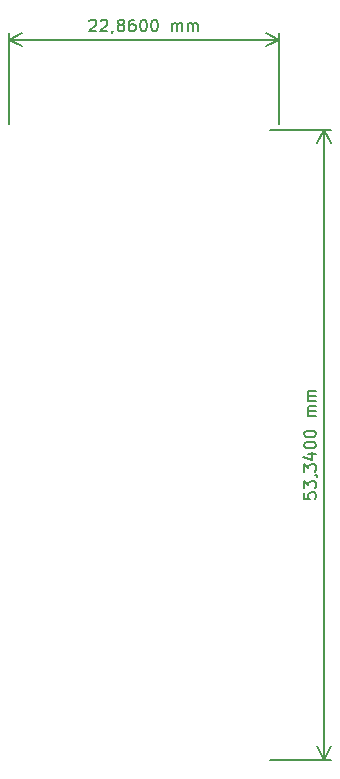
<source format=gbr>
%TF.GenerationSoftware,KiCad,Pcbnew,8.0.0-rc1-51-gba6979a274-dirty*%
%TF.CreationDate,2024-02-05T11:37:42+01:00*%
%TF.ProjectId,Einschaltstrombegrenzung,45696e73-6368-4616-9c74-7374726f6d62,rev?*%
%TF.SameCoordinates,Original*%
%TF.FileFunction,Other,Comment*%
%FSLAX46Y46*%
G04 Gerber Fmt 4.6, Leading zero omitted, Abs format (unit mm)*
G04 Created by KiCad (PCBNEW 8.0.0-rc1-51-gba6979a274-dirty) date 2024-02-05 11:37:42*
%MOMM*%
%LPD*%
G01*
G04 APERTURE LIST*
%ADD10C,0.150000*%
G04 APERTURE END LIST*
D10*
X132540953Y-56820057D02*
X132588572Y-56772438D01*
X132588572Y-56772438D02*
X132683810Y-56724819D01*
X132683810Y-56724819D02*
X132921905Y-56724819D01*
X132921905Y-56724819D02*
X133017143Y-56772438D01*
X133017143Y-56772438D02*
X133064762Y-56820057D01*
X133064762Y-56820057D02*
X133112381Y-56915295D01*
X133112381Y-56915295D02*
X133112381Y-57010533D01*
X133112381Y-57010533D02*
X133064762Y-57153390D01*
X133064762Y-57153390D02*
X132493334Y-57724819D01*
X132493334Y-57724819D02*
X133112381Y-57724819D01*
X133493334Y-56820057D02*
X133540953Y-56772438D01*
X133540953Y-56772438D02*
X133636191Y-56724819D01*
X133636191Y-56724819D02*
X133874286Y-56724819D01*
X133874286Y-56724819D02*
X133969524Y-56772438D01*
X133969524Y-56772438D02*
X134017143Y-56820057D01*
X134017143Y-56820057D02*
X134064762Y-56915295D01*
X134064762Y-56915295D02*
X134064762Y-57010533D01*
X134064762Y-57010533D02*
X134017143Y-57153390D01*
X134017143Y-57153390D02*
X133445715Y-57724819D01*
X133445715Y-57724819D02*
X134064762Y-57724819D01*
X134540953Y-57677200D02*
X134540953Y-57724819D01*
X134540953Y-57724819D02*
X134493334Y-57820057D01*
X134493334Y-57820057D02*
X134445715Y-57867676D01*
X135112381Y-57153390D02*
X135017143Y-57105771D01*
X135017143Y-57105771D02*
X134969524Y-57058152D01*
X134969524Y-57058152D02*
X134921905Y-56962914D01*
X134921905Y-56962914D02*
X134921905Y-56915295D01*
X134921905Y-56915295D02*
X134969524Y-56820057D01*
X134969524Y-56820057D02*
X135017143Y-56772438D01*
X135017143Y-56772438D02*
X135112381Y-56724819D01*
X135112381Y-56724819D02*
X135302857Y-56724819D01*
X135302857Y-56724819D02*
X135398095Y-56772438D01*
X135398095Y-56772438D02*
X135445714Y-56820057D01*
X135445714Y-56820057D02*
X135493333Y-56915295D01*
X135493333Y-56915295D02*
X135493333Y-56962914D01*
X135493333Y-56962914D02*
X135445714Y-57058152D01*
X135445714Y-57058152D02*
X135398095Y-57105771D01*
X135398095Y-57105771D02*
X135302857Y-57153390D01*
X135302857Y-57153390D02*
X135112381Y-57153390D01*
X135112381Y-57153390D02*
X135017143Y-57201009D01*
X135017143Y-57201009D02*
X134969524Y-57248628D01*
X134969524Y-57248628D02*
X134921905Y-57343866D01*
X134921905Y-57343866D02*
X134921905Y-57534342D01*
X134921905Y-57534342D02*
X134969524Y-57629580D01*
X134969524Y-57629580D02*
X135017143Y-57677200D01*
X135017143Y-57677200D02*
X135112381Y-57724819D01*
X135112381Y-57724819D02*
X135302857Y-57724819D01*
X135302857Y-57724819D02*
X135398095Y-57677200D01*
X135398095Y-57677200D02*
X135445714Y-57629580D01*
X135445714Y-57629580D02*
X135493333Y-57534342D01*
X135493333Y-57534342D02*
X135493333Y-57343866D01*
X135493333Y-57343866D02*
X135445714Y-57248628D01*
X135445714Y-57248628D02*
X135398095Y-57201009D01*
X135398095Y-57201009D02*
X135302857Y-57153390D01*
X136350476Y-56724819D02*
X136160000Y-56724819D01*
X136160000Y-56724819D02*
X136064762Y-56772438D01*
X136064762Y-56772438D02*
X136017143Y-56820057D01*
X136017143Y-56820057D02*
X135921905Y-56962914D01*
X135921905Y-56962914D02*
X135874286Y-57153390D01*
X135874286Y-57153390D02*
X135874286Y-57534342D01*
X135874286Y-57534342D02*
X135921905Y-57629580D01*
X135921905Y-57629580D02*
X135969524Y-57677200D01*
X135969524Y-57677200D02*
X136064762Y-57724819D01*
X136064762Y-57724819D02*
X136255238Y-57724819D01*
X136255238Y-57724819D02*
X136350476Y-57677200D01*
X136350476Y-57677200D02*
X136398095Y-57629580D01*
X136398095Y-57629580D02*
X136445714Y-57534342D01*
X136445714Y-57534342D02*
X136445714Y-57296247D01*
X136445714Y-57296247D02*
X136398095Y-57201009D01*
X136398095Y-57201009D02*
X136350476Y-57153390D01*
X136350476Y-57153390D02*
X136255238Y-57105771D01*
X136255238Y-57105771D02*
X136064762Y-57105771D01*
X136064762Y-57105771D02*
X135969524Y-57153390D01*
X135969524Y-57153390D02*
X135921905Y-57201009D01*
X135921905Y-57201009D02*
X135874286Y-57296247D01*
X137064762Y-56724819D02*
X137160000Y-56724819D01*
X137160000Y-56724819D02*
X137255238Y-56772438D01*
X137255238Y-56772438D02*
X137302857Y-56820057D01*
X137302857Y-56820057D02*
X137350476Y-56915295D01*
X137350476Y-56915295D02*
X137398095Y-57105771D01*
X137398095Y-57105771D02*
X137398095Y-57343866D01*
X137398095Y-57343866D02*
X137350476Y-57534342D01*
X137350476Y-57534342D02*
X137302857Y-57629580D01*
X137302857Y-57629580D02*
X137255238Y-57677200D01*
X137255238Y-57677200D02*
X137160000Y-57724819D01*
X137160000Y-57724819D02*
X137064762Y-57724819D01*
X137064762Y-57724819D02*
X136969524Y-57677200D01*
X136969524Y-57677200D02*
X136921905Y-57629580D01*
X136921905Y-57629580D02*
X136874286Y-57534342D01*
X136874286Y-57534342D02*
X136826667Y-57343866D01*
X136826667Y-57343866D02*
X136826667Y-57105771D01*
X136826667Y-57105771D02*
X136874286Y-56915295D01*
X136874286Y-56915295D02*
X136921905Y-56820057D01*
X136921905Y-56820057D02*
X136969524Y-56772438D01*
X136969524Y-56772438D02*
X137064762Y-56724819D01*
X138017143Y-56724819D02*
X138112381Y-56724819D01*
X138112381Y-56724819D02*
X138207619Y-56772438D01*
X138207619Y-56772438D02*
X138255238Y-56820057D01*
X138255238Y-56820057D02*
X138302857Y-56915295D01*
X138302857Y-56915295D02*
X138350476Y-57105771D01*
X138350476Y-57105771D02*
X138350476Y-57343866D01*
X138350476Y-57343866D02*
X138302857Y-57534342D01*
X138302857Y-57534342D02*
X138255238Y-57629580D01*
X138255238Y-57629580D02*
X138207619Y-57677200D01*
X138207619Y-57677200D02*
X138112381Y-57724819D01*
X138112381Y-57724819D02*
X138017143Y-57724819D01*
X138017143Y-57724819D02*
X137921905Y-57677200D01*
X137921905Y-57677200D02*
X137874286Y-57629580D01*
X137874286Y-57629580D02*
X137826667Y-57534342D01*
X137826667Y-57534342D02*
X137779048Y-57343866D01*
X137779048Y-57343866D02*
X137779048Y-57105771D01*
X137779048Y-57105771D02*
X137826667Y-56915295D01*
X137826667Y-56915295D02*
X137874286Y-56820057D01*
X137874286Y-56820057D02*
X137921905Y-56772438D01*
X137921905Y-56772438D02*
X138017143Y-56724819D01*
X139540953Y-57724819D02*
X139540953Y-57058152D01*
X139540953Y-57153390D02*
X139588572Y-57105771D01*
X139588572Y-57105771D02*
X139683810Y-57058152D01*
X139683810Y-57058152D02*
X139826667Y-57058152D01*
X139826667Y-57058152D02*
X139921905Y-57105771D01*
X139921905Y-57105771D02*
X139969524Y-57201009D01*
X139969524Y-57201009D02*
X139969524Y-57724819D01*
X139969524Y-57201009D02*
X140017143Y-57105771D01*
X140017143Y-57105771D02*
X140112381Y-57058152D01*
X140112381Y-57058152D02*
X140255238Y-57058152D01*
X140255238Y-57058152D02*
X140350477Y-57105771D01*
X140350477Y-57105771D02*
X140398096Y-57201009D01*
X140398096Y-57201009D02*
X140398096Y-57724819D01*
X140874286Y-57724819D02*
X140874286Y-57058152D01*
X140874286Y-57153390D02*
X140921905Y-57105771D01*
X140921905Y-57105771D02*
X141017143Y-57058152D01*
X141017143Y-57058152D02*
X141160000Y-57058152D01*
X141160000Y-57058152D02*
X141255238Y-57105771D01*
X141255238Y-57105771D02*
X141302857Y-57201009D01*
X141302857Y-57201009D02*
X141302857Y-57724819D01*
X141302857Y-57201009D02*
X141350476Y-57105771D01*
X141350476Y-57105771D02*
X141445714Y-57058152D01*
X141445714Y-57058152D02*
X141588571Y-57058152D01*
X141588571Y-57058152D02*
X141683810Y-57105771D01*
X141683810Y-57105771D02*
X141731429Y-57201009D01*
X141731429Y-57201009D02*
X141731429Y-57724819D01*
X125730000Y-65540000D02*
X125730000Y-57833580D01*
X148590000Y-65540000D02*
X148590000Y-57833580D01*
X125730000Y-58420000D02*
X148590000Y-58420000D01*
X125730000Y-58420000D02*
X148590000Y-58420000D01*
X125730000Y-58420000D02*
X126856504Y-57833579D01*
X125730000Y-58420000D02*
X126856504Y-59006421D01*
X148590000Y-58420000D02*
X147463496Y-59006421D01*
X148590000Y-58420000D02*
X147463496Y-57833579D01*
X150704819Y-96805237D02*
X150704819Y-97281427D01*
X150704819Y-97281427D02*
X151181009Y-97329046D01*
X151181009Y-97329046D02*
X151133390Y-97281427D01*
X151133390Y-97281427D02*
X151085771Y-97186189D01*
X151085771Y-97186189D02*
X151085771Y-96948094D01*
X151085771Y-96948094D02*
X151133390Y-96852856D01*
X151133390Y-96852856D02*
X151181009Y-96805237D01*
X151181009Y-96805237D02*
X151276247Y-96757618D01*
X151276247Y-96757618D02*
X151514342Y-96757618D01*
X151514342Y-96757618D02*
X151609580Y-96805237D01*
X151609580Y-96805237D02*
X151657200Y-96852856D01*
X151657200Y-96852856D02*
X151704819Y-96948094D01*
X151704819Y-96948094D02*
X151704819Y-97186189D01*
X151704819Y-97186189D02*
X151657200Y-97281427D01*
X151657200Y-97281427D02*
X151609580Y-97329046D01*
X150704819Y-96424284D02*
X150704819Y-95805237D01*
X150704819Y-95805237D02*
X151085771Y-96138570D01*
X151085771Y-96138570D02*
X151085771Y-95995713D01*
X151085771Y-95995713D02*
X151133390Y-95900475D01*
X151133390Y-95900475D02*
X151181009Y-95852856D01*
X151181009Y-95852856D02*
X151276247Y-95805237D01*
X151276247Y-95805237D02*
X151514342Y-95805237D01*
X151514342Y-95805237D02*
X151609580Y-95852856D01*
X151609580Y-95852856D02*
X151657200Y-95900475D01*
X151657200Y-95900475D02*
X151704819Y-95995713D01*
X151704819Y-95995713D02*
X151704819Y-96281427D01*
X151704819Y-96281427D02*
X151657200Y-96376665D01*
X151657200Y-96376665D02*
X151609580Y-96424284D01*
X151657200Y-95329046D02*
X151704819Y-95329046D01*
X151704819Y-95329046D02*
X151800057Y-95376665D01*
X151800057Y-95376665D02*
X151847676Y-95424284D01*
X150704819Y-94995713D02*
X150704819Y-94376666D01*
X150704819Y-94376666D02*
X151085771Y-94709999D01*
X151085771Y-94709999D02*
X151085771Y-94567142D01*
X151085771Y-94567142D02*
X151133390Y-94471904D01*
X151133390Y-94471904D02*
X151181009Y-94424285D01*
X151181009Y-94424285D02*
X151276247Y-94376666D01*
X151276247Y-94376666D02*
X151514342Y-94376666D01*
X151514342Y-94376666D02*
X151609580Y-94424285D01*
X151609580Y-94424285D02*
X151657200Y-94471904D01*
X151657200Y-94471904D02*
X151704819Y-94567142D01*
X151704819Y-94567142D02*
X151704819Y-94852856D01*
X151704819Y-94852856D02*
X151657200Y-94948094D01*
X151657200Y-94948094D02*
X151609580Y-94995713D01*
X151038152Y-93519523D02*
X151704819Y-93519523D01*
X150657200Y-93757618D02*
X151371485Y-93995713D01*
X151371485Y-93995713D02*
X151371485Y-93376666D01*
X150704819Y-92805237D02*
X150704819Y-92709999D01*
X150704819Y-92709999D02*
X150752438Y-92614761D01*
X150752438Y-92614761D02*
X150800057Y-92567142D01*
X150800057Y-92567142D02*
X150895295Y-92519523D01*
X150895295Y-92519523D02*
X151085771Y-92471904D01*
X151085771Y-92471904D02*
X151323866Y-92471904D01*
X151323866Y-92471904D02*
X151514342Y-92519523D01*
X151514342Y-92519523D02*
X151609580Y-92567142D01*
X151609580Y-92567142D02*
X151657200Y-92614761D01*
X151657200Y-92614761D02*
X151704819Y-92709999D01*
X151704819Y-92709999D02*
X151704819Y-92805237D01*
X151704819Y-92805237D02*
X151657200Y-92900475D01*
X151657200Y-92900475D02*
X151609580Y-92948094D01*
X151609580Y-92948094D02*
X151514342Y-92995713D01*
X151514342Y-92995713D02*
X151323866Y-93043332D01*
X151323866Y-93043332D02*
X151085771Y-93043332D01*
X151085771Y-93043332D02*
X150895295Y-92995713D01*
X150895295Y-92995713D02*
X150800057Y-92948094D01*
X150800057Y-92948094D02*
X150752438Y-92900475D01*
X150752438Y-92900475D02*
X150704819Y-92805237D01*
X150704819Y-91852856D02*
X150704819Y-91757618D01*
X150704819Y-91757618D02*
X150752438Y-91662380D01*
X150752438Y-91662380D02*
X150800057Y-91614761D01*
X150800057Y-91614761D02*
X150895295Y-91567142D01*
X150895295Y-91567142D02*
X151085771Y-91519523D01*
X151085771Y-91519523D02*
X151323866Y-91519523D01*
X151323866Y-91519523D02*
X151514342Y-91567142D01*
X151514342Y-91567142D02*
X151609580Y-91614761D01*
X151609580Y-91614761D02*
X151657200Y-91662380D01*
X151657200Y-91662380D02*
X151704819Y-91757618D01*
X151704819Y-91757618D02*
X151704819Y-91852856D01*
X151704819Y-91852856D02*
X151657200Y-91948094D01*
X151657200Y-91948094D02*
X151609580Y-91995713D01*
X151609580Y-91995713D02*
X151514342Y-92043332D01*
X151514342Y-92043332D02*
X151323866Y-92090951D01*
X151323866Y-92090951D02*
X151085771Y-92090951D01*
X151085771Y-92090951D02*
X150895295Y-92043332D01*
X150895295Y-92043332D02*
X150800057Y-91995713D01*
X150800057Y-91995713D02*
X150752438Y-91948094D01*
X150752438Y-91948094D02*
X150704819Y-91852856D01*
X151704819Y-90329046D02*
X151038152Y-90329046D01*
X151133390Y-90329046D02*
X151085771Y-90281427D01*
X151085771Y-90281427D02*
X151038152Y-90186189D01*
X151038152Y-90186189D02*
X151038152Y-90043332D01*
X151038152Y-90043332D02*
X151085771Y-89948094D01*
X151085771Y-89948094D02*
X151181009Y-89900475D01*
X151181009Y-89900475D02*
X151704819Y-89900475D01*
X151181009Y-89900475D02*
X151085771Y-89852856D01*
X151085771Y-89852856D02*
X151038152Y-89757618D01*
X151038152Y-89757618D02*
X151038152Y-89614761D01*
X151038152Y-89614761D02*
X151085771Y-89519522D01*
X151085771Y-89519522D02*
X151181009Y-89471903D01*
X151181009Y-89471903D02*
X151704819Y-89471903D01*
X151704819Y-88995713D02*
X151038152Y-88995713D01*
X151133390Y-88995713D02*
X151085771Y-88948094D01*
X151085771Y-88948094D02*
X151038152Y-88852856D01*
X151038152Y-88852856D02*
X151038152Y-88709999D01*
X151038152Y-88709999D02*
X151085771Y-88614761D01*
X151085771Y-88614761D02*
X151181009Y-88567142D01*
X151181009Y-88567142D02*
X151704819Y-88567142D01*
X151181009Y-88567142D02*
X151085771Y-88519523D01*
X151085771Y-88519523D02*
X151038152Y-88424285D01*
X151038152Y-88424285D02*
X151038152Y-88281428D01*
X151038152Y-88281428D02*
X151085771Y-88186189D01*
X151085771Y-88186189D02*
X151181009Y-88138570D01*
X151181009Y-88138570D02*
X151704819Y-88138570D01*
X147820000Y-66040000D02*
X152986420Y-66040000D01*
X147820000Y-119380000D02*
X152986420Y-119380000D01*
X152400000Y-66040000D02*
X152400000Y-119380000D01*
X152400000Y-66040000D02*
X152400000Y-119380000D01*
X152400000Y-66040000D02*
X152986421Y-67166504D01*
X152400000Y-66040000D02*
X151813579Y-67166504D01*
X152400000Y-119380000D02*
X151813579Y-118253496D01*
X152400000Y-119380000D02*
X152986421Y-118253496D01*
M02*

</source>
